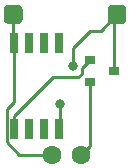
<source format=gbr>
G04 #@! TF.GenerationSoftware,KiCad,Pcbnew,5.0.2+dfsg1-1~bpo9+1*
G04 #@! TF.CreationDate,2020-10-06T20:20:49+01:00*
G04 #@! TF.ProjectId,tiny_usb_charger,74696e79-5f75-4736-925f-636861726765,rev?*
G04 #@! TF.SameCoordinates,Original*
G04 #@! TF.FileFunction,Copper,L1,Top*
G04 #@! TF.FilePolarity,Positive*
%FSLAX46Y46*%
G04 Gerber Fmt 4.6, Leading zero omitted, Abs format (unit mm)*
G04 Created by KiCad (PCBNEW 5.0.2+dfsg1-1~bpo9+1) date Tue 06 Oct 2020 20:20:49 BST*
%MOMM*%
%LPD*%
G01*
G04 APERTURE LIST*
G04 #@! TA.AperFunction,SMDPad,CuDef*
%ADD10R,0.650000X1.700000*%
G04 #@! TD*
G04 #@! TA.AperFunction,Conductor*
%ADD11C,0.100000*%
G04 #@! TD*
G04 #@! TA.AperFunction,SMDPad,CuDef*
%ADD12C,1.600000*%
G04 #@! TD*
G04 #@! TA.AperFunction,ComponentPad*
%ADD13C,1.600000*%
G04 #@! TD*
G04 #@! TA.AperFunction,SMDPad,CuDef*
%ADD14R,0.900000X0.800000*%
G04 #@! TD*
G04 #@! TA.AperFunction,ViaPad*
%ADD15C,0.800000*%
G04 #@! TD*
G04 #@! TA.AperFunction,Conductor*
%ADD16C,0.250000*%
G04 #@! TD*
G04 APERTURE END LIST*
D10*
G04 #@! TO.P,U1,1*
G04 #@! TO.N,Net-(U1-Pad1)*
X149377400Y-89860100D03*
G04 #@! TO.P,U1,2*
G04 #@! TO.N,Net-(U1-Pad2)*
X148107400Y-89860100D03*
G04 #@! TO.P,U1,3*
G04 #@! TO.N,Net-(U1-Pad3)*
X146837400Y-89860100D03*
G04 #@! TO.P,U1,4*
G04 #@! TO.N,Net-(D1-Pad1)*
X145567400Y-89860100D03*
G04 #@! TO.P,U1,5*
G04 #@! TO.N,Net-(U1-Pad5)*
X145567400Y-97160100D03*
G04 #@! TO.P,U1,6*
G04 #@! TO.N,Net-(U1-Pad6)*
X146837400Y-97160100D03*
G04 #@! TO.P,U1,7*
G04 #@! TO.N,Net-(U1-Pad7)*
X148107400Y-97160100D03*
G04 #@! TO.P,U1,8*
G04 #@! TO.N,Net-(U1-Pad8)*
X149377400Y-97160100D03*
G04 #@! TD*
D11*
G04 #@! TO.N,Net-(U1-Pad8)*
G04 #@! TO.C,U3*
G36*
X154685787Y-86638886D02*
X154724616Y-86644646D01*
X154762694Y-86654184D01*
X154799653Y-86667408D01*
X154835139Y-86684191D01*
X154868808Y-86704372D01*
X154900337Y-86727756D01*
X154929423Y-86754117D01*
X154955784Y-86783203D01*
X154979168Y-86814732D01*
X154999349Y-86848401D01*
X155016132Y-86883887D01*
X155029356Y-86920846D01*
X155038894Y-86958924D01*
X155044654Y-86997753D01*
X155046580Y-87036960D01*
X155046580Y-87836960D01*
X155044654Y-87876167D01*
X155038894Y-87914996D01*
X155029356Y-87953074D01*
X155016132Y-87990033D01*
X154999349Y-88025519D01*
X154979168Y-88059188D01*
X154955784Y-88090717D01*
X154929423Y-88119803D01*
X154900337Y-88146164D01*
X154868808Y-88169548D01*
X154835139Y-88189729D01*
X154799653Y-88206512D01*
X154762694Y-88219736D01*
X154724616Y-88229274D01*
X154685787Y-88235034D01*
X154646580Y-88236960D01*
X153846580Y-88236960D01*
X153807373Y-88235034D01*
X153768544Y-88229274D01*
X153730466Y-88219736D01*
X153693507Y-88206512D01*
X153658021Y-88189729D01*
X153624352Y-88169548D01*
X153592823Y-88146164D01*
X153563737Y-88119803D01*
X153537376Y-88090717D01*
X153513992Y-88059188D01*
X153493811Y-88025519D01*
X153477028Y-87990033D01*
X153463804Y-87953074D01*
X153454266Y-87914996D01*
X153448506Y-87876167D01*
X153446580Y-87836960D01*
X153446580Y-87036960D01*
X153448506Y-86997753D01*
X153454266Y-86958924D01*
X153463804Y-86920846D01*
X153477028Y-86883887D01*
X153493811Y-86848401D01*
X153513992Y-86814732D01*
X153537376Y-86783203D01*
X153563737Y-86754117D01*
X153592823Y-86727756D01*
X153624352Y-86704372D01*
X153658021Y-86684191D01*
X153693507Y-86667408D01*
X153730466Y-86654184D01*
X153768544Y-86644646D01*
X153807373Y-86638886D01*
X153846580Y-86636960D01*
X154646580Y-86636960D01*
X154685787Y-86638886D01*
X154685787Y-86638886D01*
G37*
D12*
G04 #@! TD*
G04 #@! TO.P,U3,1*
G04 #@! TO.N,Net-(U1-Pad8)*
X154246580Y-87436960D03*
D11*
G04 #@! TO.N,Net-(D1-Pad1)*
G04 #@! TO.C,U4*
G36*
X145892307Y-86628726D02*
X145931136Y-86634486D01*
X145969214Y-86644024D01*
X146006173Y-86657248D01*
X146041659Y-86674031D01*
X146075328Y-86694212D01*
X146106857Y-86717596D01*
X146135943Y-86743957D01*
X146162304Y-86773043D01*
X146185688Y-86804572D01*
X146205869Y-86838241D01*
X146222652Y-86873727D01*
X146235876Y-86910686D01*
X146245414Y-86948764D01*
X146251174Y-86987593D01*
X146253100Y-87026800D01*
X146253100Y-87826800D01*
X146251174Y-87866007D01*
X146245414Y-87904836D01*
X146235876Y-87942914D01*
X146222652Y-87979873D01*
X146205869Y-88015359D01*
X146185688Y-88049028D01*
X146162304Y-88080557D01*
X146135943Y-88109643D01*
X146106857Y-88136004D01*
X146075328Y-88159388D01*
X146041659Y-88179569D01*
X146006173Y-88196352D01*
X145969214Y-88209576D01*
X145931136Y-88219114D01*
X145892307Y-88224874D01*
X145853100Y-88226800D01*
X145053100Y-88226800D01*
X145013893Y-88224874D01*
X144975064Y-88219114D01*
X144936986Y-88209576D01*
X144900027Y-88196352D01*
X144864541Y-88179569D01*
X144830872Y-88159388D01*
X144799343Y-88136004D01*
X144770257Y-88109643D01*
X144743896Y-88080557D01*
X144720512Y-88049028D01*
X144700331Y-88015359D01*
X144683548Y-87979873D01*
X144670324Y-87942914D01*
X144660786Y-87904836D01*
X144655026Y-87866007D01*
X144653100Y-87826800D01*
X144653100Y-87026800D01*
X144655026Y-86987593D01*
X144660786Y-86948764D01*
X144670324Y-86910686D01*
X144683548Y-86873727D01*
X144700331Y-86838241D01*
X144720512Y-86804572D01*
X144743896Y-86773043D01*
X144770257Y-86743957D01*
X144799343Y-86717596D01*
X144830872Y-86694212D01*
X144864541Y-86674031D01*
X144900027Y-86657248D01*
X144936986Y-86644024D01*
X144975064Y-86634486D01*
X145013893Y-86628726D01*
X145053100Y-86626800D01*
X145853100Y-86626800D01*
X145892307Y-86628726D01*
X145892307Y-86628726D01*
G37*
D12*
G04 #@! TD*
G04 #@! TO.P,U4,1*
G04 #@! TO.N,Net-(D1-Pad1)*
X145453100Y-87426800D03*
D13*
G04 #@! TO.P,D1,2*
G04 #@! TO.N,Net-(D1-Pad2)*
X151239220Y-99301300D03*
G04 #@! TO.P,D1,1*
G04 #@! TO.N,Net-(D1-Pad1)*
X148704300Y-99301300D03*
G04 #@! TD*
D14*
G04 #@! TO.P,U2,2*
G04 #@! TO.N,Net-(U1-Pad5)*
X151984200Y-91290100D03*
G04 #@! TO.P,U2,1*
G04 #@! TO.N,Net-(D1-Pad2)*
X151984200Y-93190100D03*
G04 #@! TO.P,U2,3*
G04 #@! TO.N,Net-(U1-Pad8)*
X153984200Y-92240100D03*
G04 #@! TD*
D15*
G04 #@! TO.N,Net-(U1-Pad8)*
X150507700Y-91782900D03*
X149428200Y-94996000D03*
G04 #@! TD*
D16*
G04 #@! TO.N,Net-(U1-Pad5)*
X145567400Y-96060100D02*
X148854000Y-92773500D01*
X145567400Y-97160100D02*
X145567400Y-96060100D01*
X151934200Y-91290100D02*
X151984200Y-91290100D01*
X151284200Y-91940100D02*
X151934200Y-91290100D01*
X151284200Y-92455098D02*
X151284200Y-91940100D01*
X150965798Y-92773500D02*
X151284200Y-92455098D01*
X148854000Y-92773500D02*
X150965798Y-92773500D01*
G04 #@! TO.N,Net-(U1-Pad8)*
X154246580Y-87436960D02*
X152859740Y-88823800D01*
X152859740Y-88823800D02*
X151993600Y-88823800D01*
X150507700Y-90309700D02*
X150507700Y-91782900D01*
X151993600Y-88823800D02*
X150507700Y-90309700D01*
X149428200Y-97109300D02*
X149377400Y-97160100D01*
X149428200Y-94996000D02*
X149428200Y-97109300D01*
X153984200Y-87699340D02*
X154246580Y-87436960D01*
X153984200Y-92240100D02*
X153984200Y-87699340D01*
G04 #@! TO.N,Net-(D1-Pad2)*
X151984200Y-98556320D02*
X151239220Y-99301300D01*
X151984200Y-93190100D02*
X151984200Y-98556320D01*
G04 #@! TO.N,Net-(D1-Pad1)*
X145453100Y-89745800D02*
X145567400Y-89860100D01*
X145453100Y-87426800D02*
X145453100Y-89745800D01*
X145567400Y-89860100D02*
X145567400Y-94811810D01*
X147572930Y-99301300D02*
X148704300Y-99301300D01*
X145948598Y-99301300D02*
X147572930Y-99301300D01*
X144917399Y-98270101D02*
X145948598Y-99301300D01*
X144917399Y-95461811D02*
X144917399Y-98270101D01*
X145567400Y-94811810D02*
X144917399Y-95461811D01*
G04 #@! TD*
M02*

</source>
